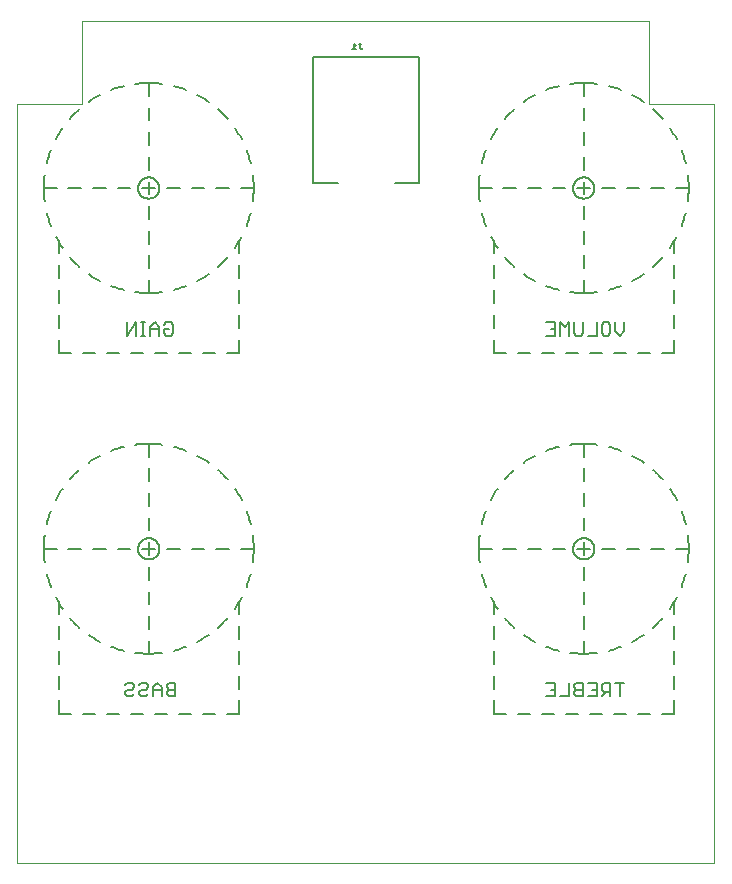
<source format=gbo>
G75*
%MOIN*%
%OFA0B0*%
%FSLAX25Y25*%
%IPPOS*%
%LPD*%
%AMOC8*
5,1,8,0,0,1.08239X$1,22.5*
%
%ADD10C,0.00500*%
%ADD11C,0.00600*%
%ADD12C,0.00800*%
%ADD13C,0.00000*%
D10*
X0018750Y0055613D02*
X0022805Y0055613D01*
X0026742Y0055613D02*
X0030797Y0055613D01*
X0034734Y0055613D02*
X0038789Y0055613D01*
X0042726Y0055613D02*
X0046781Y0055613D01*
X0050719Y0055613D02*
X0054774Y0055613D01*
X0058711Y0055613D02*
X0062766Y0055613D01*
X0066703Y0055613D02*
X0070758Y0055613D01*
X0074695Y0055613D02*
X0078750Y0055613D01*
X0078750Y0059951D01*
X0078750Y0063888D02*
X0078750Y0068226D01*
X0078750Y0072163D02*
X0078750Y0076500D01*
X0078750Y0080437D02*
X0078750Y0084775D01*
X0078750Y0088712D02*
X0078750Y0093050D01*
X0079472Y0110550D02*
X0083750Y0110550D01*
X0075535Y0110550D02*
X0071257Y0110550D01*
X0067320Y0110550D02*
X0063041Y0110550D01*
X0059104Y0110550D02*
X0054826Y0110550D01*
X0050889Y0110550D02*
X0046611Y0110550D01*
X0014757Y0118885D02*
X0014943Y0119608D01*
X0015143Y0120327D01*
X0015360Y0121042D01*
X0015591Y0121752D01*
X0015837Y0122457D01*
X0016099Y0123156D01*
X0018028Y0110550D02*
X0013750Y0110550D01*
X0021965Y0110550D02*
X0026243Y0110550D01*
X0030180Y0110550D02*
X0034459Y0110550D01*
X0038396Y0110550D02*
X0042674Y0110550D01*
X0022469Y0133665D02*
X0022968Y0134221D01*
X0023479Y0134765D01*
X0024001Y0135299D01*
X0024535Y0135821D01*
X0025079Y0136332D01*
X0025635Y0136831D01*
X0048750Y0137335D02*
X0048750Y0133057D01*
X0048750Y0129120D02*
X0048750Y0124841D01*
X0048750Y0120904D02*
X0048750Y0116626D01*
X0048750Y0112689D02*
X0048750Y0108411D01*
X0040414Y0076557D02*
X0039691Y0076743D01*
X0038972Y0076944D01*
X0038258Y0077160D01*
X0037548Y0077391D01*
X0036843Y0077638D01*
X0036144Y0077899D01*
X0048750Y0079828D02*
X0048750Y0075550D01*
X0048750Y0083765D02*
X0048750Y0088043D01*
X0048750Y0091980D02*
X0048750Y0096259D01*
X0048750Y0100196D02*
X0048750Y0104474D01*
X0057086Y0076557D02*
X0057809Y0076743D01*
X0058528Y0076944D01*
X0059242Y0077160D01*
X0059952Y0077391D01*
X0060657Y0077638D01*
X0061356Y0077899D01*
X0020041Y0090531D02*
X0019620Y0091148D01*
X0019213Y0091773D01*
X0018819Y0092407D01*
X0018439Y0093050D01*
X0018073Y0093700D01*
X0017720Y0094359D01*
X0018750Y0093050D02*
X0018750Y0088712D01*
X0018750Y0084775D02*
X0018750Y0080437D01*
X0018750Y0076500D02*
X0018750Y0072163D01*
X0018750Y0068226D02*
X0018750Y0063888D01*
X0018750Y0059951D02*
X0018750Y0055613D01*
X0077459Y0090531D02*
X0077880Y0091148D01*
X0078287Y0091773D01*
X0078681Y0092407D01*
X0079061Y0093050D01*
X0079427Y0093700D01*
X0079780Y0094359D01*
X0082743Y0118885D02*
X0082557Y0119608D01*
X0082357Y0120327D01*
X0082140Y0121042D01*
X0081909Y0121752D01*
X0081663Y0122457D01*
X0081401Y0123156D01*
X0075031Y0133665D02*
X0074532Y0134221D01*
X0074021Y0134765D01*
X0073499Y0135299D01*
X0072965Y0135821D01*
X0072421Y0136332D01*
X0071865Y0136831D01*
X0048750Y0141272D02*
X0048750Y0145550D01*
X0046781Y0175863D02*
X0042726Y0175863D01*
X0038789Y0175863D02*
X0034734Y0175863D01*
X0030797Y0175863D02*
X0026742Y0175863D01*
X0022805Y0175863D02*
X0018750Y0175863D01*
X0018750Y0180201D01*
X0018750Y0184138D02*
X0018750Y0188476D01*
X0018750Y0192413D02*
X0018750Y0196750D01*
X0018750Y0200687D02*
X0018750Y0205025D01*
X0018750Y0208962D02*
X0018750Y0213300D01*
X0018028Y0230800D02*
X0013750Y0230800D01*
X0021965Y0230800D02*
X0026243Y0230800D01*
X0030180Y0230800D02*
X0034459Y0230800D01*
X0038396Y0230800D02*
X0042674Y0230800D01*
X0046611Y0230800D02*
X0050889Y0230800D01*
X0082743Y0239135D02*
X0082557Y0239858D01*
X0082357Y0240577D01*
X0082140Y0241292D01*
X0081909Y0242002D01*
X0081663Y0242707D01*
X0081401Y0243406D01*
X0079472Y0230800D02*
X0083750Y0230800D01*
X0075535Y0230800D02*
X0071257Y0230800D01*
X0067320Y0230800D02*
X0063041Y0230800D01*
X0059104Y0230800D02*
X0054826Y0230800D01*
X0075031Y0253915D02*
X0074532Y0254471D01*
X0074021Y0255015D01*
X0073499Y0255549D01*
X0072965Y0256071D01*
X0072421Y0256582D01*
X0071865Y0257081D01*
X0048750Y0257585D02*
X0048750Y0253307D01*
X0048750Y0249370D02*
X0048750Y0245091D01*
X0048750Y0241154D02*
X0048750Y0236876D01*
X0048750Y0232939D02*
X0048750Y0228661D01*
X0040414Y0196807D02*
X0039691Y0196993D01*
X0038972Y0197194D01*
X0038258Y0197410D01*
X0037548Y0197641D01*
X0036843Y0197888D01*
X0036144Y0198149D01*
X0048750Y0200078D02*
X0048750Y0195800D01*
X0048750Y0204015D02*
X0048750Y0208293D01*
X0048750Y0212230D02*
X0048750Y0216509D01*
X0048750Y0220446D02*
X0048750Y0224724D01*
X0057086Y0196807D02*
X0057809Y0196993D01*
X0058528Y0197194D01*
X0059242Y0197410D01*
X0059952Y0197641D01*
X0060657Y0197888D01*
X0061356Y0198149D01*
X0078750Y0196750D02*
X0078750Y0192413D01*
X0078750Y0188476D02*
X0078750Y0184138D01*
X0078750Y0180201D02*
X0078750Y0175863D01*
X0074695Y0175863D01*
X0070758Y0175863D02*
X0066703Y0175863D01*
X0062766Y0175863D02*
X0058711Y0175863D01*
X0054774Y0175863D02*
X0050719Y0175863D01*
X0078750Y0200687D02*
X0078750Y0205025D01*
X0078750Y0208962D02*
X0078750Y0213300D01*
X0079780Y0246991D02*
X0079427Y0247649D01*
X0079061Y0248300D01*
X0078681Y0248942D01*
X0078287Y0249577D01*
X0077880Y0250202D01*
X0077459Y0250819D01*
X0048750Y0261522D02*
X0048750Y0265800D01*
X0057085Y0264793D02*
X0057808Y0264607D01*
X0058527Y0264407D01*
X0059242Y0264190D01*
X0059952Y0263959D01*
X0060657Y0263713D01*
X0061356Y0263451D01*
X0083464Y0235267D02*
X0083551Y0234525D01*
X0083623Y0233782D01*
X0083678Y0233038D01*
X0083718Y0232292D01*
X0083742Y0231546D01*
X0083750Y0230800D01*
X0053217Y0265514D02*
X0052475Y0265601D01*
X0051732Y0265673D01*
X0050988Y0265728D01*
X0050242Y0265768D01*
X0049496Y0265792D01*
X0048750Y0265800D01*
X0040415Y0264793D02*
X0039692Y0264607D01*
X0038973Y0264407D01*
X0038258Y0264190D01*
X0037548Y0263959D01*
X0036843Y0263713D01*
X0036144Y0263451D01*
X0025635Y0257081D02*
X0025079Y0256582D01*
X0024535Y0256071D01*
X0024001Y0255549D01*
X0023479Y0255015D01*
X0022968Y0254471D01*
X0022469Y0253915D01*
X0016099Y0243406D02*
X0015837Y0242707D01*
X0015591Y0242002D01*
X0015360Y0241292D01*
X0015143Y0240577D01*
X0014943Y0239858D01*
X0014757Y0239135D01*
X0044283Y0265514D02*
X0045025Y0265601D01*
X0045768Y0265673D01*
X0046512Y0265728D01*
X0047258Y0265768D01*
X0048004Y0265792D01*
X0048750Y0265800D01*
X0064941Y0261830D02*
X0065599Y0261477D01*
X0066250Y0261111D01*
X0066892Y0260731D01*
X0067527Y0260337D01*
X0068152Y0259930D01*
X0068769Y0259509D01*
X0032559Y0261830D02*
X0031901Y0261477D01*
X0031250Y0261111D01*
X0030608Y0260731D01*
X0029973Y0260337D01*
X0029348Y0259930D01*
X0028731Y0259509D01*
X0014036Y0235267D02*
X0013949Y0234525D01*
X0013877Y0233782D01*
X0013822Y0233038D01*
X0013782Y0232292D01*
X0013758Y0231546D01*
X0013750Y0230800D01*
X0017720Y0246991D02*
X0018073Y0247649D01*
X0018439Y0248300D01*
X0018819Y0248942D01*
X0019213Y0249577D01*
X0019620Y0250202D01*
X0020041Y0250819D01*
X0014757Y0222464D02*
X0014943Y0221741D01*
X0015144Y0221022D01*
X0015360Y0220308D01*
X0015591Y0219598D01*
X0015838Y0218893D01*
X0016099Y0218194D01*
X0077459Y0210781D02*
X0077880Y0211398D01*
X0078287Y0212023D01*
X0078681Y0212657D01*
X0079061Y0213300D01*
X0079427Y0213950D01*
X0079780Y0214609D01*
X0020041Y0210781D02*
X0019620Y0211398D01*
X0019213Y0212023D01*
X0018819Y0212657D01*
X0018439Y0213300D01*
X0018073Y0213950D01*
X0017720Y0214609D01*
X0048750Y0195800D02*
X0049497Y0195808D01*
X0050243Y0195832D01*
X0050988Y0195872D01*
X0051733Y0195927D01*
X0052476Y0195999D01*
X0053217Y0196086D01*
X0025635Y0204519D02*
X0025079Y0205018D01*
X0024535Y0205529D01*
X0024001Y0206051D01*
X0023479Y0206585D01*
X0022968Y0207129D01*
X0022469Y0207685D01*
X0071865Y0204519D02*
X0072421Y0205018D01*
X0072965Y0205529D01*
X0073499Y0206051D01*
X0074021Y0206585D01*
X0074532Y0207129D01*
X0075031Y0207685D01*
X0048750Y0195800D02*
X0048003Y0195808D01*
X0047257Y0195832D01*
X0046512Y0195872D01*
X0045767Y0195927D01*
X0045024Y0195999D01*
X0044283Y0196086D01*
X0045215Y0230800D02*
X0045217Y0230919D01*
X0045223Y0231037D01*
X0045233Y0231156D01*
X0045247Y0231274D01*
X0045265Y0231391D01*
X0045287Y0231508D01*
X0045312Y0231624D01*
X0045342Y0231739D01*
X0045375Y0231853D01*
X0045413Y0231966D01*
X0045454Y0232077D01*
X0045498Y0232187D01*
X0045547Y0232295D01*
X0045599Y0232402D01*
X0045655Y0232507D01*
X0045714Y0232610D01*
X0045776Y0232711D01*
X0045842Y0232810D01*
X0045911Y0232907D01*
X0045984Y0233001D01*
X0046059Y0233092D01*
X0046138Y0233182D01*
X0046219Y0233268D01*
X0046303Y0233352D01*
X0046391Y0233432D01*
X0046480Y0233510D01*
X0046573Y0233585D01*
X0046667Y0233656D01*
X0046765Y0233725D01*
X0046864Y0233790D01*
X0046965Y0233851D01*
X0047069Y0233910D01*
X0047174Y0233964D01*
X0047282Y0234016D01*
X0047390Y0234063D01*
X0047501Y0234107D01*
X0047613Y0234147D01*
X0047726Y0234183D01*
X0047840Y0234216D01*
X0047955Y0234244D01*
X0048071Y0234269D01*
X0048188Y0234290D01*
X0048306Y0234307D01*
X0048424Y0234320D01*
X0048542Y0234329D01*
X0048661Y0234334D01*
X0048780Y0234335D01*
X0048898Y0234332D01*
X0049017Y0234325D01*
X0049135Y0234314D01*
X0049253Y0234299D01*
X0049370Y0234280D01*
X0049487Y0234257D01*
X0049603Y0234231D01*
X0049717Y0234200D01*
X0049831Y0234166D01*
X0049944Y0234127D01*
X0050055Y0234085D01*
X0050164Y0234040D01*
X0050272Y0233990D01*
X0050379Y0233937D01*
X0050483Y0233881D01*
X0050586Y0233821D01*
X0050686Y0233758D01*
X0050784Y0233691D01*
X0050880Y0233621D01*
X0050974Y0233548D01*
X0051065Y0233472D01*
X0051153Y0233392D01*
X0051239Y0233310D01*
X0051322Y0233225D01*
X0051402Y0233137D01*
X0051479Y0233047D01*
X0051553Y0232954D01*
X0051624Y0232859D01*
X0051691Y0232761D01*
X0051756Y0232661D01*
X0051816Y0232559D01*
X0051874Y0232455D01*
X0051928Y0232349D01*
X0051978Y0232241D01*
X0052024Y0232132D01*
X0052067Y0232021D01*
X0052106Y0231909D01*
X0052142Y0231796D01*
X0052173Y0231681D01*
X0052201Y0231566D01*
X0052225Y0231450D01*
X0052245Y0231332D01*
X0052261Y0231215D01*
X0052273Y0231097D01*
X0052281Y0230978D01*
X0052285Y0230859D01*
X0052285Y0230741D01*
X0052281Y0230622D01*
X0052273Y0230503D01*
X0052261Y0230385D01*
X0052245Y0230268D01*
X0052225Y0230150D01*
X0052201Y0230034D01*
X0052173Y0229919D01*
X0052142Y0229804D01*
X0052106Y0229691D01*
X0052067Y0229579D01*
X0052024Y0229468D01*
X0051978Y0229359D01*
X0051928Y0229251D01*
X0051874Y0229145D01*
X0051816Y0229041D01*
X0051756Y0228939D01*
X0051691Y0228839D01*
X0051624Y0228741D01*
X0051553Y0228646D01*
X0051479Y0228553D01*
X0051402Y0228463D01*
X0051322Y0228375D01*
X0051239Y0228290D01*
X0051153Y0228208D01*
X0051065Y0228128D01*
X0050974Y0228052D01*
X0050880Y0227979D01*
X0050784Y0227909D01*
X0050686Y0227842D01*
X0050586Y0227779D01*
X0050483Y0227719D01*
X0050379Y0227663D01*
X0050272Y0227610D01*
X0050164Y0227560D01*
X0050055Y0227515D01*
X0049944Y0227473D01*
X0049831Y0227434D01*
X0049717Y0227400D01*
X0049603Y0227369D01*
X0049487Y0227343D01*
X0049370Y0227320D01*
X0049253Y0227301D01*
X0049135Y0227286D01*
X0049017Y0227275D01*
X0048898Y0227268D01*
X0048780Y0227265D01*
X0048661Y0227266D01*
X0048542Y0227271D01*
X0048424Y0227280D01*
X0048306Y0227293D01*
X0048188Y0227310D01*
X0048071Y0227331D01*
X0047955Y0227356D01*
X0047840Y0227384D01*
X0047726Y0227417D01*
X0047613Y0227453D01*
X0047501Y0227493D01*
X0047390Y0227537D01*
X0047282Y0227584D01*
X0047174Y0227636D01*
X0047069Y0227690D01*
X0046965Y0227749D01*
X0046864Y0227810D01*
X0046765Y0227875D01*
X0046667Y0227944D01*
X0046573Y0228015D01*
X0046480Y0228090D01*
X0046391Y0228168D01*
X0046303Y0228248D01*
X0046219Y0228332D01*
X0046138Y0228418D01*
X0046059Y0228508D01*
X0045984Y0228599D01*
X0045911Y0228693D01*
X0045842Y0228790D01*
X0045776Y0228889D01*
X0045714Y0228990D01*
X0045655Y0229093D01*
X0045599Y0229198D01*
X0045547Y0229305D01*
X0045498Y0229413D01*
X0045454Y0229523D01*
X0045413Y0229634D01*
X0045375Y0229747D01*
X0045342Y0229861D01*
X0045312Y0229976D01*
X0045287Y0230092D01*
X0045265Y0230209D01*
X0045247Y0230326D01*
X0045233Y0230444D01*
X0045223Y0230563D01*
X0045217Y0230681D01*
X0045215Y0230800D01*
X0083464Y0226333D02*
X0083551Y0227074D01*
X0083623Y0227817D01*
X0083678Y0228562D01*
X0083718Y0229307D01*
X0083742Y0230053D01*
X0083750Y0230800D01*
X0014036Y0226333D02*
X0013949Y0227074D01*
X0013877Y0227817D01*
X0013822Y0228562D01*
X0013782Y0229307D01*
X0013758Y0230053D01*
X0013750Y0230800D01*
X0064941Y0199770D02*
X0065600Y0200123D01*
X0066250Y0200489D01*
X0066893Y0200869D01*
X0067527Y0201263D01*
X0068152Y0201670D01*
X0068769Y0202091D01*
X0032559Y0199770D02*
X0031900Y0200123D01*
X0031250Y0200489D01*
X0030607Y0200869D01*
X0029973Y0201263D01*
X0029348Y0201670D01*
X0028731Y0202091D01*
X0081401Y0218194D02*
X0081662Y0218893D01*
X0081909Y0219598D01*
X0082140Y0220308D01*
X0082356Y0221022D01*
X0082557Y0221741D01*
X0082743Y0222464D01*
X0116542Y0276975D02*
X0117810Y0276975D01*
X0117176Y0276975D02*
X0117176Y0278877D01*
X0117810Y0278243D01*
X0118752Y0278877D02*
X0119386Y0278877D01*
X0119069Y0278877D02*
X0119069Y0277292D01*
X0119386Y0276975D01*
X0119703Y0276975D01*
X0120020Y0277292D01*
X0158750Y0230800D02*
X0163028Y0230800D01*
X0166965Y0230800D02*
X0171243Y0230800D01*
X0175180Y0230800D02*
X0179459Y0230800D01*
X0183396Y0230800D02*
X0187674Y0230800D01*
X0191611Y0230800D02*
X0195889Y0230800D01*
X0227743Y0239135D02*
X0227557Y0239858D01*
X0227357Y0240577D01*
X0227140Y0241292D01*
X0226909Y0242002D01*
X0226663Y0242707D01*
X0226401Y0243406D01*
X0224472Y0230800D02*
X0228750Y0230800D01*
X0220535Y0230800D02*
X0216257Y0230800D01*
X0212320Y0230800D02*
X0208041Y0230800D01*
X0204104Y0230800D02*
X0199826Y0230800D01*
X0220031Y0253915D02*
X0219532Y0254471D01*
X0219021Y0255015D01*
X0218499Y0255549D01*
X0217965Y0256071D01*
X0217421Y0256582D01*
X0216865Y0257081D01*
X0193750Y0257585D02*
X0193750Y0253307D01*
X0193750Y0249370D02*
X0193750Y0245091D01*
X0193750Y0241154D02*
X0193750Y0236876D01*
X0193750Y0232939D02*
X0193750Y0228661D01*
X0185414Y0196807D02*
X0184691Y0196993D01*
X0183972Y0197194D01*
X0183258Y0197410D01*
X0182548Y0197641D01*
X0181843Y0197888D01*
X0181144Y0198149D01*
X0193750Y0200078D02*
X0193750Y0195800D01*
X0193750Y0204015D02*
X0193750Y0208293D01*
X0193750Y0212230D02*
X0193750Y0216509D01*
X0193750Y0220446D02*
X0193750Y0224724D01*
X0202086Y0196807D02*
X0202809Y0196993D01*
X0203528Y0197194D01*
X0204242Y0197410D01*
X0204952Y0197641D01*
X0205657Y0197888D01*
X0206356Y0198149D01*
X0223750Y0196750D02*
X0223750Y0192413D01*
X0223750Y0188476D02*
X0223750Y0184138D01*
X0223750Y0180201D02*
X0223750Y0175863D01*
X0219695Y0175863D01*
X0215758Y0175863D02*
X0211703Y0175863D01*
X0207766Y0175863D02*
X0203711Y0175863D01*
X0199774Y0175863D02*
X0195719Y0175863D01*
X0191781Y0175863D02*
X0187726Y0175863D01*
X0183789Y0175863D02*
X0179734Y0175863D01*
X0175797Y0175863D02*
X0171742Y0175863D01*
X0167805Y0175863D02*
X0163750Y0175863D01*
X0163750Y0180201D01*
X0163750Y0184138D02*
X0163750Y0188476D01*
X0163750Y0192413D02*
X0163750Y0196750D01*
X0163750Y0200687D02*
X0163750Y0205025D01*
X0163750Y0208962D02*
X0163750Y0213300D01*
X0159757Y0239135D02*
X0159943Y0239858D01*
X0160143Y0240577D01*
X0160360Y0241292D01*
X0160591Y0242002D01*
X0160837Y0242707D01*
X0161099Y0243406D01*
X0167469Y0253915D02*
X0167968Y0254471D01*
X0168479Y0255015D01*
X0169001Y0255549D01*
X0169535Y0256071D01*
X0170079Y0256582D01*
X0170635Y0257081D01*
X0193750Y0261522D02*
X0193750Y0265800D01*
X0202085Y0264793D02*
X0202808Y0264607D01*
X0203527Y0264407D01*
X0204242Y0264190D01*
X0204952Y0263959D01*
X0205657Y0263713D01*
X0206356Y0263451D01*
X0228464Y0235267D02*
X0228551Y0234525D01*
X0228623Y0233782D01*
X0228678Y0233038D01*
X0228718Y0232292D01*
X0228742Y0231546D01*
X0228750Y0230800D01*
X0223750Y0213300D02*
X0223750Y0208962D01*
X0223750Y0205025D02*
X0223750Y0200687D01*
X0165041Y0210781D02*
X0164620Y0211398D01*
X0164213Y0212023D01*
X0163819Y0212657D01*
X0163439Y0213300D01*
X0163073Y0213950D01*
X0162720Y0214609D01*
X0162720Y0246991D02*
X0163073Y0247649D01*
X0163439Y0248300D01*
X0163819Y0248942D01*
X0164213Y0249577D01*
X0164620Y0250202D01*
X0165041Y0250819D01*
X0181144Y0263451D02*
X0181843Y0263713D01*
X0182548Y0263959D01*
X0183258Y0264190D01*
X0183973Y0264407D01*
X0184692Y0264607D01*
X0185415Y0264793D01*
X0159036Y0235267D02*
X0158949Y0234525D01*
X0158877Y0233782D01*
X0158822Y0233038D01*
X0158782Y0232292D01*
X0158758Y0231546D01*
X0158750Y0230800D01*
X0189283Y0265514D02*
X0190025Y0265601D01*
X0190768Y0265673D01*
X0191512Y0265728D01*
X0192258Y0265768D01*
X0193004Y0265792D01*
X0193750Y0265800D01*
X0209941Y0261830D02*
X0210599Y0261477D01*
X0211250Y0261111D01*
X0211892Y0260731D01*
X0212527Y0260337D01*
X0213152Y0259930D01*
X0213769Y0259509D01*
X0198217Y0265514D02*
X0197475Y0265601D01*
X0196732Y0265673D01*
X0195988Y0265728D01*
X0195242Y0265768D01*
X0194496Y0265792D01*
X0193750Y0265800D01*
X0177559Y0261830D02*
X0176901Y0261477D01*
X0176250Y0261111D01*
X0175608Y0260731D01*
X0174973Y0260337D01*
X0174348Y0259930D01*
X0173731Y0259509D01*
X0222459Y0250819D02*
X0222880Y0250202D01*
X0223287Y0249577D01*
X0223681Y0248942D01*
X0224061Y0248300D01*
X0224427Y0247649D01*
X0224780Y0246991D01*
X0158750Y0230800D02*
X0158758Y0230053D01*
X0158782Y0229307D01*
X0158822Y0228562D01*
X0158877Y0227817D01*
X0158949Y0227074D01*
X0159036Y0226333D01*
X0193750Y0195800D02*
X0194497Y0195808D01*
X0195243Y0195832D01*
X0195988Y0195872D01*
X0196733Y0195927D01*
X0197476Y0195999D01*
X0198217Y0196086D01*
X0170635Y0204519D02*
X0170079Y0205018D01*
X0169535Y0205529D01*
X0169001Y0206051D01*
X0168479Y0206585D01*
X0167968Y0207129D01*
X0167469Y0207685D01*
X0222459Y0210781D02*
X0222880Y0211398D01*
X0223287Y0212023D01*
X0223681Y0212657D01*
X0224061Y0213300D01*
X0224427Y0213950D01*
X0224780Y0214609D01*
X0193750Y0195800D02*
X0193003Y0195808D01*
X0192257Y0195832D01*
X0191512Y0195872D01*
X0190767Y0195927D01*
X0190024Y0195999D01*
X0189283Y0196086D01*
X0216865Y0204519D02*
X0217421Y0205018D01*
X0217965Y0205529D01*
X0218499Y0206051D01*
X0219021Y0206585D01*
X0219532Y0207129D01*
X0220031Y0207685D01*
X0190215Y0230800D02*
X0190217Y0230919D01*
X0190223Y0231037D01*
X0190233Y0231156D01*
X0190247Y0231274D01*
X0190265Y0231391D01*
X0190287Y0231508D01*
X0190312Y0231624D01*
X0190342Y0231739D01*
X0190375Y0231853D01*
X0190413Y0231966D01*
X0190454Y0232077D01*
X0190498Y0232187D01*
X0190547Y0232295D01*
X0190599Y0232402D01*
X0190655Y0232507D01*
X0190714Y0232610D01*
X0190776Y0232711D01*
X0190842Y0232810D01*
X0190911Y0232907D01*
X0190984Y0233001D01*
X0191059Y0233092D01*
X0191138Y0233182D01*
X0191219Y0233268D01*
X0191303Y0233352D01*
X0191391Y0233432D01*
X0191480Y0233510D01*
X0191573Y0233585D01*
X0191667Y0233656D01*
X0191765Y0233725D01*
X0191864Y0233790D01*
X0191965Y0233851D01*
X0192069Y0233910D01*
X0192174Y0233964D01*
X0192282Y0234016D01*
X0192390Y0234063D01*
X0192501Y0234107D01*
X0192613Y0234147D01*
X0192726Y0234183D01*
X0192840Y0234216D01*
X0192955Y0234244D01*
X0193071Y0234269D01*
X0193188Y0234290D01*
X0193306Y0234307D01*
X0193424Y0234320D01*
X0193542Y0234329D01*
X0193661Y0234334D01*
X0193780Y0234335D01*
X0193898Y0234332D01*
X0194017Y0234325D01*
X0194135Y0234314D01*
X0194253Y0234299D01*
X0194370Y0234280D01*
X0194487Y0234257D01*
X0194603Y0234231D01*
X0194717Y0234200D01*
X0194831Y0234166D01*
X0194944Y0234127D01*
X0195055Y0234085D01*
X0195164Y0234040D01*
X0195272Y0233990D01*
X0195379Y0233937D01*
X0195483Y0233881D01*
X0195586Y0233821D01*
X0195686Y0233758D01*
X0195784Y0233691D01*
X0195880Y0233621D01*
X0195974Y0233548D01*
X0196065Y0233472D01*
X0196153Y0233392D01*
X0196239Y0233310D01*
X0196322Y0233225D01*
X0196402Y0233137D01*
X0196479Y0233047D01*
X0196553Y0232954D01*
X0196624Y0232859D01*
X0196691Y0232761D01*
X0196756Y0232661D01*
X0196816Y0232559D01*
X0196874Y0232455D01*
X0196928Y0232349D01*
X0196978Y0232241D01*
X0197024Y0232132D01*
X0197067Y0232021D01*
X0197106Y0231909D01*
X0197142Y0231796D01*
X0197173Y0231681D01*
X0197201Y0231566D01*
X0197225Y0231450D01*
X0197245Y0231332D01*
X0197261Y0231215D01*
X0197273Y0231097D01*
X0197281Y0230978D01*
X0197285Y0230859D01*
X0197285Y0230741D01*
X0197281Y0230622D01*
X0197273Y0230503D01*
X0197261Y0230385D01*
X0197245Y0230268D01*
X0197225Y0230150D01*
X0197201Y0230034D01*
X0197173Y0229919D01*
X0197142Y0229804D01*
X0197106Y0229691D01*
X0197067Y0229579D01*
X0197024Y0229468D01*
X0196978Y0229359D01*
X0196928Y0229251D01*
X0196874Y0229145D01*
X0196816Y0229041D01*
X0196756Y0228939D01*
X0196691Y0228839D01*
X0196624Y0228741D01*
X0196553Y0228646D01*
X0196479Y0228553D01*
X0196402Y0228463D01*
X0196322Y0228375D01*
X0196239Y0228290D01*
X0196153Y0228208D01*
X0196065Y0228128D01*
X0195974Y0228052D01*
X0195880Y0227979D01*
X0195784Y0227909D01*
X0195686Y0227842D01*
X0195586Y0227779D01*
X0195483Y0227719D01*
X0195379Y0227663D01*
X0195272Y0227610D01*
X0195164Y0227560D01*
X0195055Y0227515D01*
X0194944Y0227473D01*
X0194831Y0227434D01*
X0194717Y0227400D01*
X0194603Y0227369D01*
X0194487Y0227343D01*
X0194370Y0227320D01*
X0194253Y0227301D01*
X0194135Y0227286D01*
X0194017Y0227275D01*
X0193898Y0227268D01*
X0193780Y0227265D01*
X0193661Y0227266D01*
X0193542Y0227271D01*
X0193424Y0227280D01*
X0193306Y0227293D01*
X0193188Y0227310D01*
X0193071Y0227331D01*
X0192955Y0227356D01*
X0192840Y0227384D01*
X0192726Y0227417D01*
X0192613Y0227453D01*
X0192501Y0227493D01*
X0192390Y0227537D01*
X0192282Y0227584D01*
X0192174Y0227636D01*
X0192069Y0227690D01*
X0191965Y0227749D01*
X0191864Y0227810D01*
X0191765Y0227875D01*
X0191667Y0227944D01*
X0191573Y0228015D01*
X0191480Y0228090D01*
X0191391Y0228168D01*
X0191303Y0228248D01*
X0191219Y0228332D01*
X0191138Y0228418D01*
X0191059Y0228508D01*
X0190984Y0228599D01*
X0190911Y0228693D01*
X0190842Y0228790D01*
X0190776Y0228889D01*
X0190714Y0228990D01*
X0190655Y0229093D01*
X0190599Y0229198D01*
X0190547Y0229305D01*
X0190498Y0229413D01*
X0190454Y0229523D01*
X0190413Y0229634D01*
X0190375Y0229747D01*
X0190342Y0229861D01*
X0190312Y0229976D01*
X0190287Y0230092D01*
X0190265Y0230209D01*
X0190247Y0230326D01*
X0190233Y0230444D01*
X0190223Y0230563D01*
X0190217Y0230681D01*
X0190215Y0230800D01*
X0159757Y0222464D02*
X0159943Y0221741D01*
X0160144Y0221022D01*
X0160360Y0220308D01*
X0160591Y0219598D01*
X0160838Y0218893D01*
X0161099Y0218194D01*
X0228464Y0226333D02*
X0228551Y0227074D01*
X0228623Y0227817D01*
X0228678Y0228562D01*
X0228718Y0229307D01*
X0228742Y0230053D01*
X0228750Y0230800D01*
X0227743Y0222464D02*
X0227557Y0221741D01*
X0227356Y0221022D01*
X0227140Y0220308D01*
X0226909Y0219598D01*
X0226662Y0218893D01*
X0226401Y0218194D01*
X0177559Y0199770D02*
X0176900Y0200123D01*
X0176250Y0200489D01*
X0175607Y0200869D01*
X0174973Y0201263D01*
X0174348Y0201670D01*
X0173731Y0202091D01*
X0209941Y0199770D02*
X0210600Y0200123D01*
X0211250Y0200489D01*
X0211893Y0200869D01*
X0212527Y0201263D01*
X0213152Y0201670D01*
X0213769Y0202091D01*
X0193750Y0145550D02*
X0193750Y0141272D01*
X0193750Y0137335D02*
X0193750Y0133057D01*
X0193750Y0129120D02*
X0193750Y0124841D01*
X0193750Y0120904D02*
X0193750Y0116626D01*
X0193750Y0112689D02*
X0193750Y0108411D01*
X0185414Y0076557D02*
X0184691Y0076743D01*
X0183972Y0076944D01*
X0183258Y0077160D01*
X0182548Y0077391D01*
X0181843Y0077638D01*
X0181144Y0077899D01*
X0193750Y0079828D02*
X0193750Y0075550D01*
X0193750Y0083765D02*
X0193750Y0088043D01*
X0193750Y0091980D02*
X0193750Y0096259D01*
X0193750Y0100196D02*
X0193750Y0104474D01*
X0202086Y0076557D02*
X0202809Y0076743D01*
X0203528Y0076944D01*
X0204242Y0077160D01*
X0204952Y0077391D01*
X0205657Y0077638D01*
X0206356Y0077899D01*
X0223750Y0076500D02*
X0223750Y0072163D01*
X0223750Y0068226D02*
X0223750Y0063888D01*
X0223750Y0059951D02*
X0223750Y0055613D01*
X0219695Y0055613D01*
X0215758Y0055613D02*
X0211703Y0055613D01*
X0207766Y0055613D02*
X0203711Y0055613D01*
X0199774Y0055613D02*
X0195719Y0055613D01*
X0191781Y0055613D02*
X0187726Y0055613D01*
X0183789Y0055613D02*
X0179734Y0055613D01*
X0175797Y0055613D02*
X0171742Y0055613D01*
X0167805Y0055613D02*
X0163750Y0055613D01*
X0163750Y0059951D01*
X0163750Y0063888D02*
X0163750Y0068226D01*
X0163750Y0072163D02*
X0163750Y0076500D01*
X0163750Y0080437D02*
X0163750Y0084775D01*
X0163750Y0088712D02*
X0163750Y0093050D01*
X0163028Y0110550D02*
X0158750Y0110550D01*
X0166965Y0110550D02*
X0171243Y0110550D01*
X0175180Y0110550D02*
X0179459Y0110550D01*
X0183396Y0110550D02*
X0187674Y0110550D01*
X0191611Y0110550D02*
X0195889Y0110550D01*
X0227743Y0118885D02*
X0227557Y0119608D01*
X0227357Y0120327D01*
X0227140Y0121042D01*
X0226909Y0121752D01*
X0226663Y0122457D01*
X0226401Y0123156D01*
X0224472Y0110550D02*
X0228750Y0110550D01*
X0220535Y0110550D02*
X0216257Y0110550D01*
X0212320Y0110550D02*
X0208041Y0110550D01*
X0204104Y0110550D02*
X0199826Y0110550D01*
X0220031Y0133665D02*
X0219532Y0134221D01*
X0219021Y0134765D01*
X0218499Y0135299D01*
X0217965Y0135821D01*
X0217421Y0136332D01*
X0216865Y0136831D01*
X0206356Y0143201D02*
X0205657Y0143463D01*
X0204952Y0143709D01*
X0204242Y0143940D01*
X0203527Y0144157D01*
X0202808Y0144357D01*
X0202085Y0144543D01*
X0228464Y0115017D02*
X0228551Y0114275D01*
X0228623Y0113532D01*
X0228678Y0112788D01*
X0228718Y0112042D01*
X0228742Y0111296D01*
X0228750Y0110550D01*
X0223750Y0093050D02*
X0223750Y0088712D01*
X0223750Y0084775D02*
X0223750Y0080437D01*
X0165041Y0090531D02*
X0164620Y0091148D01*
X0164213Y0091773D01*
X0163819Y0092407D01*
X0163439Y0093050D01*
X0163073Y0093700D01*
X0162720Y0094359D01*
X0159757Y0118885D02*
X0159943Y0119608D01*
X0160143Y0120327D01*
X0160360Y0121042D01*
X0160591Y0121752D01*
X0160837Y0122457D01*
X0161099Y0123156D01*
X0167469Y0133665D02*
X0167968Y0134221D01*
X0168479Y0134765D01*
X0169001Y0135299D01*
X0169535Y0135821D01*
X0170079Y0136332D01*
X0170635Y0136831D01*
X0181144Y0143201D02*
X0181843Y0143463D01*
X0182548Y0143709D01*
X0183258Y0143940D01*
X0183973Y0144157D01*
X0184692Y0144357D01*
X0185415Y0144543D01*
X0159036Y0115017D02*
X0158949Y0114275D01*
X0158877Y0113532D01*
X0158822Y0112788D01*
X0158782Y0112042D01*
X0158758Y0111296D01*
X0158750Y0110550D01*
X0189283Y0145264D02*
X0190025Y0145351D01*
X0190768Y0145423D01*
X0191512Y0145478D01*
X0192258Y0145518D01*
X0193004Y0145542D01*
X0193750Y0145550D01*
X0209941Y0141580D02*
X0210599Y0141227D01*
X0211250Y0140861D01*
X0211892Y0140481D01*
X0212527Y0140087D01*
X0213152Y0139680D01*
X0213769Y0139259D01*
X0198217Y0145264D02*
X0197475Y0145351D01*
X0196732Y0145423D01*
X0195988Y0145478D01*
X0195242Y0145518D01*
X0194496Y0145542D01*
X0193750Y0145550D01*
X0177559Y0141580D02*
X0176901Y0141227D01*
X0176250Y0140861D01*
X0175608Y0140481D01*
X0174973Y0140087D01*
X0174348Y0139680D01*
X0173731Y0139259D01*
X0165041Y0130569D02*
X0164620Y0129952D01*
X0164213Y0129327D01*
X0163819Y0128692D01*
X0163439Y0128050D01*
X0163073Y0127399D01*
X0162720Y0126741D01*
X0159757Y0102214D02*
X0159943Y0101491D01*
X0160144Y0100772D01*
X0160360Y0100058D01*
X0160591Y0099348D01*
X0160838Y0098643D01*
X0161099Y0097944D01*
X0222459Y0090531D02*
X0222880Y0091148D01*
X0223287Y0091773D01*
X0223681Y0092407D01*
X0224061Y0093050D01*
X0224427Y0093700D01*
X0224780Y0094359D01*
X0224780Y0126741D02*
X0224427Y0127399D01*
X0224061Y0128050D01*
X0223681Y0128692D01*
X0223287Y0129327D01*
X0222880Y0129952D01*
X0222459Y0130569D01*
X0158750Y0110550D02*
X0158758Y0109803D01*
X0158782Y0109057D01*
X0158822Y0108312D01*
X0158877Y0107567D01*
X0158949Y0106824D01*
X0159036Y0106083D01*
X0193750Y0075550D02*
X0194497Y0075558D01*
X0195243Y0075582D01*
X0195988Y0075622D01*
X0196733Y0075677D01*
X0197476Y0075749D01*
X0198217Y0075836D01*
X0170635Y0084269D02*
X0170079Y0084768D01*
X0169535Y0085279D01*
X0169001Y0085801D01*
X0168479Y0086335D01*
X0167968Y0086879D01*
X0167469Y0087435D01*
X0216865Y0084269D02*
X0217421Y0084768D01*
X0217965Y0085279D01*
X0218499Y0085801D01*
X0219021Y0086335D01*
X0219532Y0086879D01*
X0220031Y0087435D01*
X0193750Y0075550D02*
X0193003Y0075558D01*
X0192257Y0075582D01*
X0191512Y0075622D01*
X0190767Y0075677D01*
X0190024Y0075749D01*
X0189283Y0075836D01*
X0190215Y0110550D02*
X0190217Y0110669D01*
X0190223Y0110787D01*
X0190233Y0110906D01*
X0190247Y0111024D01*
X0190265Y0111141D01*
X0190287Y0111258D01*
X0190312Y0111374D01*
X0190342Y0111489D01*
X0190375Y0111603D01*
X0190413Y0111716D01*
X0190454Y0111827D01*
X0190498Y0111937D01*
X0190547Y0112045D01*
X0190599Y0112152D01*
X0190655Y0112257D01*
X0190714Y0112360D01*
X0190776Y0112461D01*
X0190842Y0112560D01*
X0190911Y0112657D01*
X0190984Y0112751D01*
X0191059Y0112842D01*
X0191138Y0112932D01*
X0191219Y0113018D01*
X0191303Y0113102D01*
X0191391Y0113182D01*
X0191480Y0113260D01*
X0191573Y0113335D01*
X0191667Y0113406D01*
X0191765Y0113475D01*
X0191864Y0113540D01*
X0191965Y0113601D01*
X0192069Y0113660D01*
X0192174Y0113714D01*
X0192282Y0113766D01*
X0192390Y0113813D01*
X0192501Y0113857D01*
X0192613Y0113897D01*
X0192726Y0113933D01*
X0192840Y0113966D01*
X0192955Y0113994D01*
X0193071Y0114019D01*
X0193188Y0114040D01*
X0193306Y0114057D01*
X0193424Y0114070D01*
X0193542Y0114079D01*
X0193661Y0114084D01*
X0193780Y0114085D01*
X0193898Y0114082D01*
X0194017Y0114075D01*
X0194135Y0114064D01*
X0194253Y0114049D01*
X0194370Y0114030D01*
X0194487Y0114007D01*
X0194603Y0113981D01*
X0194717Y0113950D01*
X0194831Y0113916D01*
X0194944Y0113877D01*
X0195055Y0113835D01*
X0195164Y0113790D01*
X0195272Y0113740D01*
X0195379Y0113687D01*
X0195483Y0113631D01*
X0195586Y0113571D01*
X0195686Y0113508D01*
X0195784Y0113441D01*
X0195880Y0113371D01*
X0195974Y0113298D01*
X0196065Y0113222D01*
X0196153Y0113142D01*
X0196239Y0113060D01*
X0196322Y0112975D01*
X0196402Y0112887D01*
X0196479Y0112797D01*
X0196553Y0112704D01*
X0196624Y0112609D01*
X0196691Y0112511D01*
X0196756Y0112411D01*
X0196816Y0112309D01*
X0196874Y0112205D01*
X0196928Y0112099D01*
X0196978Y0111991D01*
X0197024Y0111882D01*
X0197067Y0111771D01*
X0197106Y0111659D01*
X0197142Y0111546D01*
X0197173Y0111431D01*
X0197201Y0111316D01*
X0197225Y0111200D01*
X0197245Y0111082D01*
X0197261Y0110965D01*
X0197273Y0110847D01*
X0197281Y0110728D01*
X0197285Y0110609D01*
X0197285Y0110491D01*
X0197281Y0110372D01*
X0197273Y0110253D01*
X0197261Y0110135D01*
X0197245Y0110018D01*
X0197225Y0109900D01*
X0197201Y0109784D01*
X0197173Y0109669D01*
X0197142Y0109554D01*
X0197106Y0109441D01*
X0197067Y0109329D01*
X0197024Y0109218D01*
X0196978Y0109109D01*
X0196928Y0109001D01*
X0196874Y0108895D01*
X0196816Y0108791D01*
X0196756Y0108689D01*
X0196691Y0108589D01*
X0196624Y0108491D01*
X0196553Y0108396D01*
X0196479Y0108303D01*
X0196402Y0108213D01*
X0196322Y0108125D01*
X0196239Y0108040D01*
X0196153Y0107958D01*
X0196065Y0107878D01*
X0195974Y0107802D01*
X0195880Y0107729D01*
X0195784Y0107659D01*
X0195686Y0107592D01*
X0195586Y0107529D01*
X0195483Y0107469D01*
X0195379Y0107413D01*
X0195272Y0107360D01*
X0195164Y0107310D01*
X0195055Y0107265D01*
X0194944Y0107223D01*
X0194831Y0107184D01*
X0194717Y0107150D01*
X0194603Y0107119D01*
X0194487Y0107093D01*
X0194370Y0107070D01*
X0194253Y0107051D01*
X0194135Y0107036D01*
X0194017Y0107025D01*
X0193898Y0107018D01*
X0193780Y0107015D01*
X0193661Y0107016D01*
X0193542Y0107021D01*
X0193424Y0107030D01*
X0193306Y0107043D01*
X0193188Y0107060D01*
X0193071Y0107081D01*
X0192955Y0107106D01*
X0192840Y0107134D01*
X0192726Y0107167D01*
X0192613Y0107203D01*
X0192501Y0107243D01*
X0192390Y0107287D01*
X0192282Y0107334D01*
X0192174Y0107386D01*
X0192069Y0107440D01*
X0191965Y0107499D01*
X0191864Y0107560D01*
X0191765Y0107625D01*
X0191667Y0107694D01*
X0191573Y0107765D01*
X0191480Y0107840D01*
X0191391Y0107918D01*
X0191303Y0107998D01*
X0191219Y0108082D01*
X0191138Y0108168D01*
X0191059Y0108258D01*
X0190984Y0108349D01*
X0190911Y0108443D01*
X0190842Y0108540D01*
X0190776Y0108639D01*
X0190714Y0108740D01*
X0190655Y0108843D01*
X0190599Y0108948D01*
X0190547Y0109055D01*
X0190498Y0109163D01*
X0190454Y0109273D01*
X0190413Y0109384D01*
X0190375Y0109497D01*
X0190342Y0109611D01*
X0190312Y0109726D01*
X0190287Y0109842D01*
X0190265Y0109959D01*
X0190247Y0110076D01*
X0190233Y0110194D01*
X0190223Y0110313D01*
X0190217Y0110431D01*
X0190215Y0110550D01*
X0228464Y0106083D02*
X0228551Y0106824D01*
X0228623Y0107567D01*
X0228678Y0108312D01*
X0228718Y0109057D01*
X0228742Y0109803D01*
X0228750Y0110550D01*
X0227743Y0102214D02*
X0227557Y0101491D01*
X0227356Y0100772D01*
X0227140Y0100058D01*
X0226909Y0099348D01*
X0226662Y0098643D01*
X0226401Y0097944D01*
X0177559Y0079520D02*
X0176900Y0079873D01*
X0176250Y0080239D01*
X0175607Y0080619D01*
X0174973Y0081013D01*
X0174348Y0081420D01*
X0173731Y0081841D01*
X0209941Y0079520D02*
X0210600Y0079873D01*
X0211250Y0080239D01*
X0211893Y0080619D01*
X0212527Y0081013D01*
X0213152Y0081420D01*
X0213769Y0081841D01*
X0079780Y0126741D02*
X0079427Y0127399D01*
X0079061Y0128050D01*
X0078681Y0128692D01*
X0078287Y0129327D01*
X0077880Y0129952D01*
X0077459Y0130569D01*
X0061356Y0143201D02*
X0060657Y0143463D01*
X0059952Y0143709D01*
X0059242Y0143940D01*
X0058527Y0144157D01*
X0057808Y0144357D01*
X0057085Y0144543D01*
X0083464Y0115017D02*
X0083551Y0114275D01*
X0083623Y0113532D01*
X0083678Y0112788D01*
X0083718Y0112042D01*
X0083742Y0111296D01*
X0083750Y0110550D01*
X0053217Y0145264D02*
X0052475Y0145351D01*
X0051732Y0145423D01*
X0050988Y0145478D01*
X0050242Y0145518D01*
X0049496Y0145542D01*
X0048750Y0145550D01*
X0040415Y0144543D02*
X0039692Y0144357D01*
X0038973Y0144157D01*
X0038258Y0143940D01*
X0037548Y0143709D01*
X0036843Y0143463D01*
X0036144Y0143201D01*
X0044283Y0145264D02*
X0045025Y0145351D01*
X0045768Y0145423D01*
X0046512Y0145478D01*
X0047258Y0145518D01*
X0048004Y0145542D01*
X0048750Y0145550D01*
X0064941Y0141580D02*
X0065599Y0141227D01*
X0066250Y0140861D01*
X0066892Y0140481D01*
X0067527Y0140087D01*
X0068152Y0139680D01*
X0068769Y0139259D01*
X0032559Y0141580D02*
X0031901Y0141227D01*
X0031250Y0140861D01*
X0030608Y0140481D01*
X0029973Y0140087D01*
X0029348Y0139680D01*
X0028731Y0139259D01*
X0014036Y0115017D02*
X0013949Y0114275D01*
X0013877Y0113532D01*
X0013822Y0112788D01*
X0013782Y0112042D01*
X0013758Y0111296D01*
X0013750Y0110550D01*
X0017720Y0126741D02*
X0018073Y0127399D01*
X0018439Y0128050D01*
X0018819Y0128692D01*
X0019213Y0129327D01*
X0019620Y0129952D01*
X0020041Y0130569D01*
X0014757Y0102214D02*
X0014943Y0101491D01*
X0015144Y0100772D01*
X0015360Y0100058D01*
X0015591Y0099348D01*
X0015838Y0098643D01*
X0016099Y0097944D01*
X0048750Y0075550D02*
X0049497Y0075558D01*
X0050243Y0075582D01*
X0050988Y0075622D01*
X0051733Y0075677D01*
X0052476Y0075749D01*
X0053217Y0075836D01*
X0025635Y0084269D02*
X0025079Y0084768D01*
X0024535Y0085279D01*
X0024001Y0085801D01*
X0023479Y0086335D01*
X0022968Y0086879D01*
X0022469Y0087435D01*
X0071865Y0084269D02*
X0072421Y0084768D01*
X0072965Y0085279D01*
X0073499Y0085801D01*
X0074021Y0086335D01*
X0074532Y0086879D01*
X0075031Y0087435D01*
X0048750Y0075550D02*
X0048003Y0075558D01*
X0047257Y0075582D01*
X0046512Y0075622D01*
X0045767Y0075677D01*
X0045024Y0075749D01*
X0044283Y0075836D01*
X0045215Y0110550D02*
X0045217Y0110669D01*
X0045223Y0110787D01*
X0045233Y0110906D01*
X0045247Y0111024D01*
X0045265Y0111141D01*
X0045287Y0111258D01*
X0045312Y0111374D01*
X0045342Y0111489D01*
X0045375Y0111603D01*
X0045413Y0111716D01*
X0045454Y0111827D01*
X0045498Y0111937D01*
X0045547Y0112045D01*
X0045599Y0112152D01*
X0045655Y0112257D01*
X0045714Y0112360D01*
X0045776Y0112461D01*
X0045842Y0112560D01*
X0045911Y0112657D01*
X0045984Y0112751D01*
X0046059Y0112842D01*
X0046138Y0112932D01*
X0046219Y0113018D01*
X0046303Y0113102D01*
X0046391Y0113182D01*
X0046480Y0113260D01*
X0046573Y0113335D01*
X0046667Y0113406D01*
X0046765Y0113475D01*
X0046864Y0113540D01*
X0046965Y0113601D01*
X0047069Y0113660D01*
X0047174Y0113714D01*
X0047282Y0113766D01*
X0047390Y0113813D01*
X0047501Y0113857D01*
X0047613Y0113897D01*
X0047726Y0113933D01*
X0047840Y0113966D01*
X0047955Y0113994D01*
X0048071Y0114019D01*
X0048188Y0114040D01*
X0048306Y0114057D01*
X0048424Y0114070D01*
X0048542Y0114079D01*
X0048661Y0114084D01*
X0048780Y0114085D01*
X0048898Y0114082D01*
X0049017Y0114075D01*
X0049135Y0114064D01*
X0049253Y0114049D01*
X0049370Y0114030D01*
X0049487Y0114007D01*
X0049603Y0113981D01*
X0049717Y0113950D01*
X0049831Y0113916D01*
X0049944Y0113877D01*
X0050055Y0113835D01*
X0050164Y0113790D01*
X0050272Y0113740D01*
X0050379Y0113687D01*
X0050483Y0113631D01*
X0050586Y0113571D01*
X0050686Y0113508D01*
X0050784Y0113441D01*
X0050880Y0113371D01*
X0050974Y0113298D01*
X0051065Y0113222D01*
X0051153Y0113142D01*
X0051239Y0113060D01*
X0051322Y0112975D01*
X0051402Y0112887D01*
X0051479Y0112797D01*
X0051553Y0112704D01*
X0051624Y0112609D01*
X0051691Y0112511D01*
X0051756Y0112411D01*
X0051816Y0112309D01*
X0051874Y0112205D01*
X0051928Y0112099D01*
X0051978Y0111991D01*
X0052024Y0111882D01*
X0052067Y0111771D01*
X0052106Y0111659D01*
X0052142Y0111546D01*
X0052173Y0111431D01*
X0052201Y0111316D01*
X0052225Y0111200D01*
X0052245Y0111082D01*
X0052261Y0110965D01*
X0052273Y0110847D01*
X0052281Y0110728D01*
X0052285Y0110609D01*
X0052285Y0110491D01*
X0052281Y0110372D01*
X0052273Y0110253D01*
X0052261Y0110135D01*
X0052245Y0110018D01*
X0052225Y0109900D01*
X0052201Y0109784D01*
X0052173Y0109669D01*
X0052142Y0109554D01*
X0052106Y0109441D01*
X0052067Y0109329D01*
X0052024Y0109218D01*
X0051978Y0109109D01*
X0051928Y0109001D01*
X0051874Y0108895D01*
X0051816Y0108791D01*
X0051756Y0108689D01*
X0051691Y0108589D01*
X0051624Y0108491D01*
X0051553Y0108396D01*
X0051479Y0108303D01*
X0051402Y0108213D01*
X0051322Y0108125D01*
X0051239Y0108040D01*
X0051153Y0107958D01*
X0051065Y0107878D01*
X0050974Y0107802D01*
X0050880Y0107729D01*
X0050784Y0107659D01*
X0050686Y0107592D01*
X0050586Y0107529D01*
X0050483Y0107469D01*
X0050379Y0107413D01*
X0050272Y0107360D01*
X0050164Y0107310D01*
X0050055Y0107265D01*
X0049944Y0107223D01*
X0049831Y0107184D01*
X0049717Y0107150D01*
X0049603Y0107119D01*
X0049487Y0107093D01*
X0049370Y0107070D01*
X0049253Y0107051D01*
X0049135Y0107036D01*
X0049017Y0107025D01*
X0048898Y0107018D01*
X0048780Y0107015D01*
X0048661Y0107016D01*
X0048542Y0107021D01*
X0048424Y0107030D01*
X0048306Y0107043D01*
X0048188Y0107060D01*
X0048071Y0107081D01*
X0047955Y0107106D01*
X0047840Y0107134D01*
X0047726Y0107167D01*
X0047613Y0107203D01*
X0047501Y0107243D01*
X0047390Y0107287D01*
X0047282Y0107334D01*
X0047174Y0107386D01*
X0047069Y0107440D01*
X0046965Y0107499D01*
X0046864Y0107560D01*
X0046765Y0107625D01*
X0046667Y0107694D01*
X0046573Y0107765D01*
X0046480Y0107840D01*
X0046391Y0107918D01*
X0046303Y0107998D01*
X0046219Y0108082D01*
X0046138Y0108168D01*
X0046059Y0108258D01*
X0045984Y0108349D01*
X0045911Y0108443D01*
X0045842Y0108540D01*
X0045776Y0108639D01*
X0045714Y0108740D01*
X0045655Y0108843D01*
X0045599Y0108948D01*
X0045547Y0109055D01*
X0045498Y0109163D01*
X0045454Y0109273D01*
X0045413Y0109384D01*
X0045375Y0109497D01*
X0045342Y0109611D01*
X0045312Y0109726D01*
X0045287Y0109842D01*
X0045265Y0109959D01*
X0045247Y0110076D01*
X0045233Y0110194D01*
X0045223Y0110313D01*
X0045217Y0110431D01*
X0045215Y0110550D01*
X0083464Y0106083D02*
X0083551Y0106824D01*
X0083623Y0107567D01*
X0083678Y0108312D01*
X0083718Y0109057D01*
X0083742Y0109803D01*
X0083750Y0110550D01*
X0014036Y0106083D02*
X0013949Y0106824D01*
X0013877Y0107567D01*
X0013822Y0108312D01*
X0013782Y0109057D01*
X0013758Y0109803D01*
X0013750Y0110550D01*
X0064941Y0079520D02*
X0065600Y0079873D01*
X0066250Y0080239D01*
X0066893Y0080619D01*
X0067527Y0081013D01*
X0068152Y0081420D01*
X0068769Y0081841D01*
X0032559Y0079520D02*
X0031900Y0079873D01*
X0031250Y0080239D01*
X0030607Y0080619D01*
X0029973Y0081013D01*
X0029348Y0081420D01*
X0028731Y0081841D01*
X0081401Y0097944D02*
X0081662Y0098643D01*
X0081909Y0099348D01*
X0082140Y0100058D01*
X0082356Y0100772D01*
X0082557Y0101491D01*
X0082743Y0102214D01*
D11*
X0057658Y0065754D02*
X0055456Y0065754D01*
X0054722Y0065020D01*
X0054722Y0064286D01*
X0055456Y0063552D01*
X0057658Y0063552D01*
X0057658Y0061350D02*
X0057658Y0065754D01*
X0055456Y0063552D02*
X0054722Y0062818D01*
X0054722Y0062084D01*
X0055456Y0061350D01*
X0057658Y0061350D01*
X0053054Y0061350D02*
X0053054Y0064286D01*
X0051586Y0065754D01*
X0050118Y0064286D01*
X0050118Y0061350D01*
X0048450Y0062084D02*
X0047716Y0061350D01*
X0046248Y0061350D01*
X0045514Y0062084D01*
X0045514Y0062818D01*
X0046248Y0063552D01*
X0047716Y0063552D01*
X0048450Y0064286D01*
X0048450Y0065020D01*
X0047716Y0065754D01*
X0046248Y0065754D01*
X0045514Y0065020D01*
X0043846Y0065020D02*
X0043846Y0064286D01*
X0043112Y0063552D01*
X0041644Y0063552D01*
X0040910Y0062818D01*
X0040910Y0062084D01*
X0041644Y0061350D01*
X0043112Y0061350D01*
X0043846Y0062084D01*
X0043846Y0065020D02*
X0043112Y0065754D01*
X0041644Y0065754D01*
X0040910Y0065020D01*
X0050118Y0063552D02*
X0053054Y0063552D01*
X0052287Y0181600D02*
X0052287Y0184536D01*
X0050819Y0186004D01*
X0049351Y0184536D01*
X0049351Y0181600D01*
X0047683Y0181600D02*
X0046215Y0181600D01*
X0046949Y0181600D02*
X0046949Y0186004D01*
X0047683Y0186004D02*
X0046215Y0186004D01*
X0044613Y0186004D02*
X0041678Y0181600D01*
X0041678Y0186004D01*
X0044613Y0186004D02*
X0044613Y0181600D01*
X0049351Y0183802D02*
X0052287Y0183802D01*
X0053955Y0183802D02*
X0055423Y0183802D01*
X0053955Y0183802D02*
X0053955Y0182334D01*
X0054689Y0181600D01*
X0056157Y0181600D01*
X0056891Y0182334D01*
X0056891Y0185270D01*
X0056157Y0186004D01*
X0054689Y0186004D01*
X0053955Y0185270D01*
X0181306Y0186004D02*
X0184242Y0186004D01*
X0184242Y0181600D01*
X0181306Y0181600D01*
X0182774Y0183802D02*
X0184242Y0183802D01*
X0185910Y0186004D02*
X0185910Y0181600D01*
X0188846Y0181600D02*
X0188846Y0186004D01*
X0187378Y0184536D01*
X0185910Y0186004D01*
X0190514Y0186004D02*
X0190514Y0182334D01*
X0191248Y0181600D01*
X0192716Y0181600D01*
X0193450Y0182334D01*
X0193450Y0186004D01*
X0198054Y0186004D02*
X0198054Y0181600D01*
X0195118Y0181600D01*
X0199722Y0182334D02*
X0199722Y0185270D01*
X0200456Y0186004D01*
X0201924Y0186004D01*
X0202658Y0185270D01*
X0202658Y0182334D01*
X0201924Y0181600D01*
X0200456Y0181600D01*
X0199722Y0182334D01*
X0204326Y0183068D02*
X0204326Y0186004D01*
X0207262Y0186004D02*
X0207262Y0183068D01*
X0205794Y0181600D01*
X0204326Y0183068D01*
X0204326Y0065754D02*
X0207262Y0065754D01*
X0205794Y0065754D02*
X0205794Y0061350D01*
X0202658Y0061350D02*
X0202658Y0065754D01*
X0200456Y0065754D01*
X0199722Y0065020D01*
X0199722Y0063552D01*
X0200456Y0062818D01*
X0202658Y0062818D01*
X0201190Y0062818D02*
X0199722Y0061350D01*
X0198054Y0061350D02*
X0195118Y0061350D01*
X0193450Y0061350D02*
X0191248Y0061350D01*
X0190514Y0062084D01*
X0190514Y0062818D01*
X0191248Y0063552D01*
X0193450Y0063552D01*
X0193450Y0065754D02*
X0191248Y0065754D01*
X0190514Y0065020D01*
X0190514Y0064286D01*
X0191248Y0063552D01*
X0193450Y0061350D02*
X0193450Y0065754D01*
X0195118Y0065754D02*
X0198054Y0065754D01*
X0198054Y0061350D01*
X0198054Y0063552D02*
X0196586Y0063552D01*
X0188846Y0065754D02*
X0188846Y0061350D01*
X0185910Y0061350D01*
X0184242Y0061350D02*
X0181306Y0061350D01*
X0182774Y0063552D02*
X0184242Y0063552D01*
X0184242Y0065754D02*
X0181306Y0065754D01*
X0184242Y0065754D02*
X0184242Y0061350D01*
D12*
X0138967Y0232388D02*
X0130699Y0232388D01*
X0138967Y0232388D02*
X0138967Y0235144D01*
X0138950Y0235125D02*
X0138950Y0254500D01*
X0138967Y0253648D02*
X0138967Y0274514D01*
X0103533Y0274514D01*
X0103533Y0232388D01*
X0111801Y0232388D01*
D13*
X0005000Y0005800D02*
X0237283Y0005800D01*
X0237283Y0258831D01*
X0215630Y0258831D01*
X0215630Y0286391D01*
X0026654Y0286391D01*
X0026654Y0258831D01*
X0005000Y0258831D01*
X0005000Y0005800D01*
M02*

</source>
